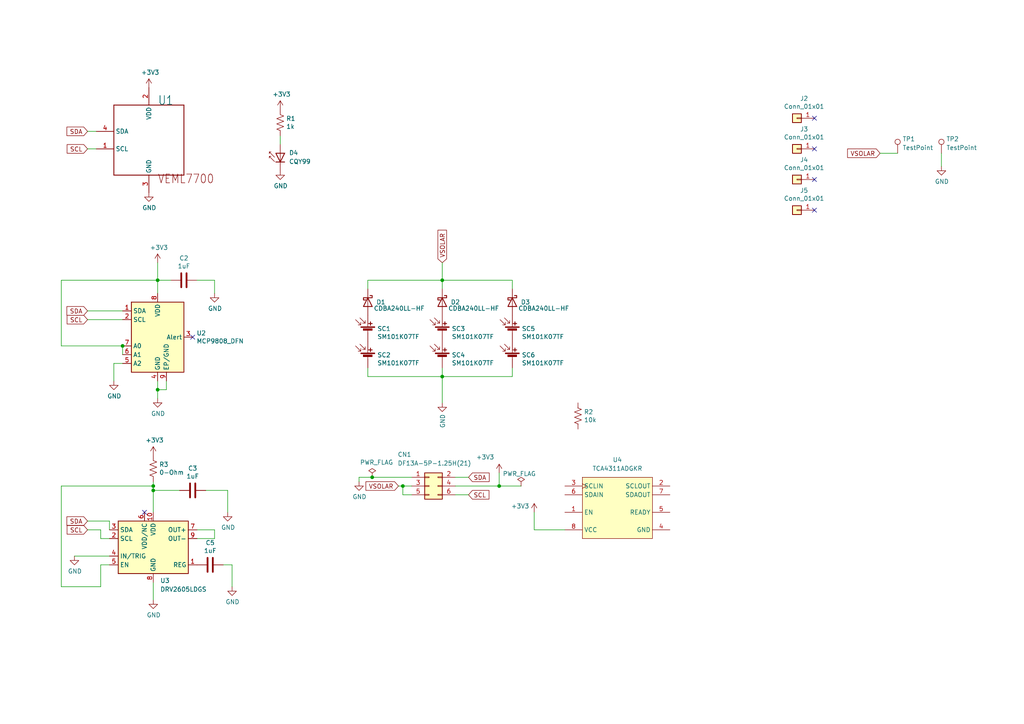
<source format=kicad_sch>
(kicad_sch (version 20250114) (generator "eeschema") (generator_version "9.0")
  (paper "A4")
  (title_block (title "XY Solar Panel Board") (date "2023-03-19") (rev "V3") (company "CPP BroncoSpace"))
  (lib_symbols
    (symbol "Adafruit VEML7700-eagle-import:VEML7700"
      (property "Reference" "IC" (at 2.54 10.16 0))
      (symbol "VEML7700_1_0"
        (polyline (pts (xy -10.16 10.16) (xy 10.16 10.16)) (stroke (width 0.254)))
        (polyline (pts (xy -10.16 -10.16) (xy -10.16 10.16)) (stroke (width 0.254)))
        (polyline (pts (xy 10.16 10.16) (xy 10.16 -10.16)) (stroke (width 0.254)))
        (polyline (pts (xy 10.16 -10.16) (xy -10.16 -10.16)) (stroke (width 0.254)))
        (text "VEML7700" (at 2.54 -12.7 0) (effects (font (size 2.54 2.159)) (justify left bottom)))
        (pin bidirectional line (at -15.24 2.54 0) (length 5.08) (name "SDA") (number "4"))
        (pin bidirectional line (at -15.24 -2.54 0) (length 5.08) (name "SCL") (number "1"))
        (pin power_in line (at 0 15.24 270) (length 5.08) (name "VDD") (number "2"))
        (pin power_in line (at 0 -15.24 90) (length 5.08) (name "GND") (number "3"))
      )
    )
    (symbol "Connector:TestPoint" (pin_numbers (hide yes)) (pin_names (offset 0.762) (hide yes))
      (property "Reference" "TP" (at 0 6.858 0))
      (property "Value" "TestPoint" (at 0 5.08 0))
      (symbol "TestPoint_0_1"
        (circle (center 0 3.302) (radius 0.762))
      )
      (symbol "TestPoint_1_1"
        (pin passive line (at 0 0 90) (length 2.54) (name "1") (number "1"))
      )
    )
    (symbol "Connector_Generic:Conn_01x01" (pin_names (offset 1.016) (hide yes))
      (property "Reference" "J" (at 0 2.54 0))
      (property "Value" "Conn_01x01" (at 0 -2.54 0))
      (symbol "Conn_01x01_1_1"
        (rectangle (start -1.27 1.27) (end 1.27 -1.27) (stroke (width 0.254)) (fill (type background)))
        (rectangle (start -1.27 0.127) (end 0 -0.127) (stroke (width 0.1524)))
        (pin passive line (at -5.08 0 0) (length 3.81) (name "Pin_1") (number "1"))
      )
    )
    (symbol "Connector_Generic:Conn_02x03_Odd_Even" (pin_names (offset 1.016) (hide yes))
      (property "Reference" "J" (at 1.27 5.08 0))
      (property "Value" "Conn_02x03_Odd_Even" (at 1.27 -5.08 0))
      (symbol "Conn_02x03_Odd_Even_1_1"
        (rectangle (start -1.27 3.81) (end 3.81 -3.81) (stroke (width 0.254)) (fill (type background)))
        (rectangle (start -1.27 2.667) (end 0 2.413) (stroke (width 0.1524)))
        (rectangle (start -1.27 0.127) (end 0 -0.127) (stroke (width 0.1524)))
        (rectangle (start -1.27 -2.413) (end 0 -2.667) (stroke (width 0.1524)))
        (rectangle (start 3.81 2.667) (end 2.54 2.413) (stroke (width 0.1524)))
        (rectangle (start 3.81 0.127) (end 2.54 -0.127) (stroke (width 0.1524)))
        (rectangle (start 3.81 -2.413) (end 2.54 -2.667) (stroke (width 0.1524)))
        (pin passive line (at -5.08 2.54 0) (length 3.81) (name "Pin_1") (number "1"))
        (pin passive line (at -5.08 0 0) (length 3.81) (name "Pin_3") (number "3"))
        (pin passive line (at -5.08 -2.54 0) (length 3.81) (name "Pin_5") (number "5"))
        (pin passive line (at 7.62 2.54 180) (length 3.81) (name "Pin_2") (number "2"))
        (pin passive line (at 7.62 0 180) (length 3.81) (name "Pin_4") (number "4"))
        (pin passive line (at 7.62 -2.54 180) (length 3.81) (name "Pin_6") (number "6"))
      )
    )
    (symbol "Device:C" (pin_numbers (hide yes)) (pin_names (offset 0.254))
      (property "Reference" "C" (at 0.635 2.54 0))
      (property "Value" "C" (at 0.635 -2.54 0))
      (symbol "C_0_1"
        (polyline (pts (xy -2.032 0.762) (xy 2.032 0.762)) (stroke (width 0.508)))
        (polyline (pts (xy -2.032 -0.762) (xy 2.032 -0.762)) (stroke (width 0.508)))
      )
      (symbol "C_1_1"
        (pin passive line (at 0 3.81 270) (length 2.794) (name "~") (number "1"))
        (pin passive line (at 0 -3.81 90) (length 2.794) (name "~") (number "2"))
      )
    )
    (symbol "Device:D_Schottky" (pin_numbers (hide yes)) (pin_names (offset 1.016) (hide yes))
      (property "Reference" "D" (at 0 2.54 0))
      (property "Value" "D_Schottky" (at 0 -2.54 0))
      (symbol "D_Schottky_0_1"
        (polyline (pts (xy -1.905 0.635) (xy -1.905 1.27) (xy -1.27 1.27) (xy -1.27 -1.27) (xy -0.635 -1.27) (xy -0.635 -0.635)) (stroke (width 0.254)))
        (polyline (pts (xy 1.27 1.27) (xy 1.27 -1.27) (xy -1.27 0) (xy 1.27 1.27)) (stroke (width 0.254)))
        (polyline (pts (xy 1.27 0) (xy -1.27 0)))
      )
      (symbol "D_Schottky_1_1"
        (pin passive line (at -3.81 0 0) (length 2.54) (name "K") (number "1"))
        (pin passive line (at 3.81 0 180) (length 2.54) (name "A") (number "2"))
      )
    )
    (symbol "Device:R_US" (pin_numbers (hide yes)) (pin_names (offset 0))
      (property "Reference" "R" (at 2.54 0 90))
      (property "Value" "R_US" (at -2.54 0 90))
      (symbol "R_US_0_1"
        (polyline (pts (xy 0 2.286) (xy 0 2.54)))
        (polyline (pts (xy 0 2.286) (xy 1.016 1.905) (xy 0 1.524) (xy -1.016 1.143) (xy 0 0.762)))
        (polyline (pts (xy 0 0.762) (xy 1.016 0.381) (xy 0 0) (xy -1.016 -0.381) (xy 0 -0.762)))
        (polyline (pts (xy 0 -0.762) (xy 1.016 -1.143) (xy 0 -1.524) (xy -1.016 -1.905) (xy 0 -2.286)))
        (polyline (pts (xy 0 -2.286) (xy 0 -2.54)))
      )
      (symbol "R_US_1_1"
        (pin passive line (at 0 3.81 270) (length 1.27) (name "~") (number "1"))
        (pin passive line (at 0 -3.81 90) (length 1.27) (name "~") (number "2"))
      )
    )
    (symbol "Device:Solar_Cell" (pin_numbers (hide yes)) (pin_names (offset 0) (hide yes))
      (property "Reference" "SC" (at 2.54 2.54 0))
      (property "Value" "Solar_Cell" (at 2.54 0 0))
      (symbol "Solar_Cell_0_1"
        (polyline (pts (xy -2.032 3.048) (xy -2.032 2.286) (xy -2.794 2.286)))
        (polyline (pts (xy -2.032 2.286) (xy -3.556 3.81)))
        (rectangle (start -2.032 1.778) (end 2.032 1.524) (fill (type outline)))
        (rectangle (start -1.3208 1.1938) (end 1.27 0.6858) (fill (type outline)))
        (polyline (pts (xy -0.762 3.556) (xy -0.762 2.794) (xy -1.524 2.794)))
        (polyline (pts (xy -0.762 2.794) (xy -2.286 4.318)))
        (polyline (pts (xy 0 1.778) (xy 0 2.54)))
        (polyline (pts (xy 0 0.762) (xy 0 0)))
        (polyline (pts (xy 0.254 2.667) (xy 1.27 2.667)) (stroke (width 0.254)))
        (polyline (pts (xy 0.762 3.175) (xy 0.762 2.159)) (stroke (width 0.254)))
      )
      (symbol "Solar_Cell_1_1"
        (pin passive line (at 0 5.08 270) (length 2.54) (name "+") (number "1"))
        (pin passive line (at 0 -2.54 90) (length 2.54) (name "-") (number "2"))
      )
    )
    (symbol "Driver_Haptic:DRV2605LDGS"
      (property "Reference" "U" (at -10.16 8.255 0))
      (property "Value" "DRV2605LDGS" (at 2.54 -8.89 0))
      (symbol "DRV2605LDGS_0_1"
        (rectangle (start -10.16 7.62) (end 10.16 -7.62) (stroke (width 0.254)) (fill (type background)))
      )
      (symbol "DRV2605LDGS_1_1"
        (pin bidirectional line (at -12.7 5.08 0) (length 2.54) (name "SDA") (number "3"))
        (pin input line (at -12.7 2.54 0) (length 2.54) (name "SCL") (number "2"))
        (pin input line (at -12.7 -2.54 0) (length 2.54) (name "IN/TRIG") (number "4"))
        (pin input line (at -12.7 -5.08 0) (length 2.54) (name "EN") (number "5"))
        (pin power_in line (at -2.54 10.16 270) (length 2.54) (name "VDD/NC") (number "6"))
        (pin power_in line (at 0 10.16 270) (length 2.54) (name "VDD") (number "10"))
        (pin power_in line (at 0 -10.16 90) (length 2.54) (name "GND") (number "8"))
        (pin output line (at 12.7 5.08 180) (length 2.54) (name "OUT+") (number "7"))
        (pin output line (at 12.7 2.54 180) (length 2.54) (name "OUT-") (number "9"))
        (pin passive line (at 12.7 -5.08 180) (length 2.54) (name "REG") (number "1"))
      )
    )
    (symbol "LED:CQY99" (pin_numbers (hide yes)) (pin_names (offset 1.016) (hide yes))
      (property "Reference" "D" (at 0.508 1.778 0))
      (property "Value" "CQY99" (at -1.016 -2.794 0))
      (symbol "CQY99_0_1"
        (polyline (pts (xy -2.54 1.27) (xy -2.54 -1.27)) (stroke (width 0.254)))
        (polyline (pts (xy -2.413 1.651) (xy -0.889 3.175) (xy -0.889 2.667) (xy -0.889 3.175) (xy -1.397 3.175)))
        (polyline (pts (xy -1.143 1.651) (xy 0.381 3.175) (xy 0.381 2.667)))
        (polyline (pts (xy 0 0) (xy -2.54 0)))
        (polyline (pts (xy 0 -1.27) (xy -2.54 0) (xy 0 1.27) (xy 0 -1.27)) (stroke (width 0.254)))
        (polyline (pts (xy 0.381 3.175) (xy -0.127 3.175)))
      )
      (symbol "CQY99_1_1"
        (pin passive line (at -5.08 0 0) (length 2.54) (name "K") (number "1"))
        (pin passive line (at 2.54 0 180) (length 2.54) (name "A") (number "2"))
      )
    )
    (symbol "Sensor_Temperature:MCP9808_DFN"
      (property "Reference" "U" (at -6.35 11.43 0))
      (property "Value" "MCP9808_DFN" (at 10.16 11.43 0))
      (symbol "MCP9808_DFN_0_1"
        (rectangle (start -7.62 10.16) (end 7.62 -10.16) (stroke (width 0.254)) (fill (type background)))
      )
      (symbol "MCP9808_DFN_1_1"
        (pin bidirectional line (at -10.16 7.62 0) (length 2.54) (name "SDA") (number "1"))
        (pin input line (at -10.16 5.08 0) (length 2.54) (name "SCL") (number "2"))
        (pin input line (at -10.16 -2.54 0) (length 2.54) (name "A0") (number "7"))
        (pin input line (at -10.16 -5.08 0) (length 2.54) (name "A1") (number "6"))
        (pin input line (at -10.16 -7.62 0) (length 2.54) (name "A2") (number "5"))
        (pin power_in line (at 0 12.7 270) (length 2.54) (name "VDD") (number "8"))
        (pin power_in line (at 0 -12.7 90) (length 2.54) (name "GND") (number "4"))
        (pin power_in line (at 2.54 -12.7 90) (length 2.54) (name "EP/GND") (number "9"))
        (pin output line (at 10.16 0 180) (length 2.54) (name "Alert") (number "3"))
      )
    )
    (symbol "easyeda2kicad:TCA4311ADGKR"
      (property "Reference" "U" (at 0 11.43 0))
      (property "Value" "TCA4311ADGKR" (at 0 -11.43 0))
      (symbol "TCA4311ADGKR_0_1"
        (rectangle (start -10.16 8.89) (end 10.16 -8.89) (fill (type background)))
        (pin unspecified clock (at -15.24 6.35 0) (length 5.08) (name "SCLIN") (number "3"))
        (pin unspecified line (at -15.24 3.81 0) (length 5.08) (name "SDAIN") (number "6"))
        (pin unspecified line (at -15.24 -1.27 0) (length 5.08) (name "EN") (number "1"))
        (pin power_in line (at -15.24 -6.35 0) (length 5.08) (name "VCC") (number "8"))
        (pin unspecified line (at 15.24 6.35 180) (length 5.08) (name "SCLOUT") (number "2"))
        (pin unspecified line (at 15.24 3.81 180) (length 5.08) (name "SDAOUT") (number "7"))
        (pin unspecified line (at 15.24 -1.27 180) (length 5.08) (name "READY") (number "5"))
        (pin power_in line (at 15.24 -6.35 180) (length 5.08) (name "GND") (number "4"))
      )
    )
    (symbol "power:GND" (power) (pin_names (offset 0))
      (property "Value" "GND" (at 0 -3.81 0))
      (symbol "GND_0_1"
        (polyline (pts (xy 0 0) (xy 0 -1.27) (xy 1.27 -1.27) (xy 0 -2.54) (xy -1.27 -1.27) (xy 0 -1.27)))
      )
      (symbol "GND_1_1"
        (pin power_in line (at 0 0 270) (length 0) (hide yes) (name "GND") (number "1"))
      )
    )
    (symbol "power:PWR_FLAG" (power) (pin_numbers (hide yes)) (pin_names (offset 0) (hide yes))
      (property "Value" "PWR_FLAG" (at 0 3.81 0))
      (symbol "PWR_FLAG_0_0"
        (pin power_out line (at 0 0 90) (length 0) (name "pwr") (number "1"))
      )
      (symbol "PWR_FLAG_0_1"
        (polyline (pts (xy 0 0) (xy 0 1.27) (xy -1.016 1.905) (xy 0 2.54) (xy 1.016 1.905) (xy 0 1.27)))
      )
    )
    (symbol "solar-panel-NoCutout-rescue:+3.3V-power" (power) (pin_names (offset 0))
      (property "Value" "+3.3V-power" (at 0 3.556 0))
      (symbol "+3.3V-power_0_1"
        (polyline (pts (xy -0.762 1.27) (xy 0 2.54)))
        (polyline (pts (xy 0 2.54) (xy 0.762 1.27)))
        (polyline (pts (xy 0 0) (xy 0 2.54)))
      )
      (symbol "+3.3V-power_1_1"
        (pin power_in line (at 0 0 90) (length 0) (hide yes) (name "+3V3") (number "1"))
      )
    )
    (symbol "solar-panel-side-Z-rescue:+3.3V-power" (power) (pin_names (offset 0))
      (property "Value" "+3.3V-power" (at 0 3.556 0))
      (symbol "+3.3V-power_0_1"
        (polyline (pts (xy -0.762 1.27) (xy 0 2.54)))
        (polyline (pts (xy 0 2.54) (xy 0.762 1.27)))
        (polyline (pts (xy 0 0) (xy 0 2.54)))
      )
      (symbol "+3.3V-power_1_1"
        (pin power_in line (at 0 0 90) (length 0) (hide yes) (name "+3V3") (number "1"))
      )
    )
  )
  (junction (at 45.72 81.28))
  (junction (at 144.78 140.97))
  (junction (at 35.56 100.33))
  (junction (at 44.45 142.24))
  (junction (at 116.84 140.97))
  (junction (at 44.45 140.97))
  (junction (at 128.27 109.22))
  (junction (at 107.95 138.43))
  (junction (at 128.27 81.28))
  (junction (at 45.72 113.03))
  (no_connect (at 236.22 34.29))
  (no_connect (at 236.22 43.18))
  (no_connect (at 236.22 60.96))
  (no_connect (at 55.88 97.79))
  (no_connect (at 41.91 148.59))
  (no_connect (at 236.22 52.07))
  (wire (pts (xy 29.21 156.21) (xy 31.75 156.21)))
  (wire (pts (xy 45.72 76.2) (xy 45.72 81.28)))
  (wire (pts (xy 45.72 81.28) (xy 49.53 81.28)))
  (wire (pts (xy 154.94 153.67) (xy 163.83 153.67)))
  (wire (pts (xy 57.15 156.21) (xy 62.23 156.21)))
  (wire (pts (xy 106.68 81.28) (xy 106.68 83.82)))
  (wire (pts (xy 25.4 153.67) (xy 29.21 153.67)))
  (wire (pts (xy 29.21 163.83) (xy 29.21 170.18)))
  (wire (pts (xy 35.56 105.41) (xy 33.02 105.41)))
  (wire (pts (xy 151.13 140.97) (xy 144.78 140.97)))
  (wire (pts (xy 31.75 151.13) (xy 31.75 153.67)))
  (wire (pts (xy 25.4 92.71) (xy 35.56 92.71)))
  (wire (pts (xy 106.68 109.22) (xy 106.68 106.68)))
  (wire (pts (xy 116.84 143.51) (xy 119.38 143.51)))
  (wire (pts (xy 132.08 138.43) (xy 135.89 138.43)))
  (wire (pts (xy 260.35 44.45) (xy 255.27 44.45)))
  (wire (pts (xy 35.56 100.33) (xy 17.78 100.33)))
  (wire (pts (xy 27.94 38.1) (xy 25.4 38.1)))
  (wire (pts (xy 29.21 170.18) (xy 17.78 170.18)))
  (wire (pts (xy 29.21 163.83) (xy 31.75 163.83)))
  (wire (pts (xy 144.78 140.97) (xy 144.78 137.16)))
  (wire (pts (xy 59.69 142.24) (xy 66.04 142.24)))
  (wire (pts (xy 45.72 110.49) (xy 45.72 113.03)))
  (wire (pts (xy 25.4 90.17) (xy 35.56 90.17)))
  (wire (pts (xy 66.04 142.24) (xy 66.04 148.59)))
  (wire (pts (xy 116.84 140.97) (xy 115.57 140.97)))
  (wire (pts (xy 128.27 81.28) (xy 148.59 81.28)))
  (wire (pts (xy 35.56 100.33) (xy 35.56 102.87)))
  (wire (pts (xy 44.45 142.24) (xy 52.07 142.24)))
  (wire (pts (xy 17.78 170.18) (xy 17.78 140.97)))
  (wire (pts (xy 57.15 81.28) (xy 62.23 81.28)))
  (wire (pts (xy 119.38 140.97) (xy 116.84 140.97)))
  (wire (pts (xy 64.77 163.83) (xy 67.31 163.83)))
  (wire (pts (xy 44.45 140.97) (xy 44.45 142.24)))
  (wire (pts (xy 48.26 113.03) (xy 45.72 113.03)))
  (wire (pts (xy 81.28 41.91) (xy 81.28 39.37)))
  (wire (pts (xy 29.21 153.67) (xy 29.21 156.21)))
  (wire (pts (xy 106.68 81.28) (xy 128.27 81.28)))
  (wire (pts (xy 48.26 110.49) (xy 48.26 113.03)))
  (wire (pts (xy 62.23 156.21) (xy 62.23 153.67)))
  (wire (pts (xy 62.23 81.28) (xy 62.23 85.09)))
  (wire (pts (xy 25.4 151.13) (xy 31.75 151.13)))
  (wire (pts (xy 45.72 113.03) (xy 45.72 115.57)))
  (wire (pts (xy 128.27 109.22) (xy 148.59 109.22)))
  (wire (pts (xy 273.05 44.45) (xy 273.05 48.26)))
  (wire (pts (xy 128.27 83.82) (xy 128.27 81.28)))
  (wire (pts (xy 33.02 105.41) (xy 33.02 110.49)))
  (wire (pts (xy 107.95 138.43) (xy 119.38 138.43)))
  (wire (pts (xy 67.31 163.83) (xy 67.31 170.18)))
  (wire (pts (xy 17.78 81.28) (xy 45.72 81.28)))
  (wire (pts (xy 148.59 83.82) (xy 148.59 81.28)))
  (wire (pts (xy 107.95 138.43) (xy 104.14 138.43)))
  (wire (pts (xy 104.14 139.7) (xy 104.14 138.43)))
  (wire (pts (xy 21.59 161.29) (xy 31.75 161.29)))
  (wire (pts (xy 106.68 109.22) (xy 128.27 109.22)))
  (wire (pts (xy 44.45 168.91) (xy 44.45 173.99)))
  (wire (pts (xy 44.45 142.24) (xy 44.45 148.59)))
  (wire (pts (xy 25.4 43.18) (xy 27.94 43.18)))
  (wire (pts (xy 128.27 109.22) (xy 128.27 106.68)))
  (wire (pts (xy 44.45 139.7) (xy 44.45 140.97)))
  (wire (pts (xy 45.72 81.28) (xy 45.72 85.09)))
  (wire (pts (xy 148.59 109.22) (xy 148.59 106.68)))
  (wire (pts (xy 132.08 140.97) (xy 144.78 140.97)))
  (wire (pts (xy 116.84 140.97) (xy 116.84 143.51)))
  (wire (pts (xy 17.78 140.97) (xy 44.45 140.97)))
  (wire (pts (xy 57.15 153.67) (xy 62.23 153.67)))
  (wire (pts (xy 128.27 81.28) (xy 128.27 76.2)))
  (wire (pts (xy 17.78 100.33) (xy 17.78 81.28)))
  (wire (pts (xy 132.08 143.51) (xy 135.89 143.51)))
  (wire (pts (xy 128.27 116.84) (xy 128.27 109.22)))
  (wire (pts (xy 154.94 148.59) (xy 154.94 153.67)))
  (global_label "VSOLAR" (shape input) (at 128.27 76.2 90) (property "Intersheetrefs" "${INTERSHEET_REFS}" (effects (hide yes))))
  (global_label "SCL" (shape input) (at 25.4 153.67 180) (property "Intersheetrefs" "${INTERSHEET_REFS}" (effects (hide yes))))
  (global_label "VSOLAR" (shape input) (at 255.27 44.45 180) (property "Intersheetrefs" "${INTERSHEET_REFS}" (effects (hide yes))))
  (global_label "SDA" (shape input) (at 25.4 38.1 180) (property "Intersheetrefs" "${INTERSHEET_REFS}" (effects (hide yes))))
  (global_label "VSOLAR" (shape input) (at 115.57 140.97 180) (property "Intersheetrefs" "${INTERSHEET_REFS}" (effects (hide yes))))
  (global_label "SDA" (shape input) (at 25.4 151.13 180) (property "Intersheetrefs" "${INTERSHEET_REFS}" (effects (hide yes))))
  (global_label "SDA" (shape input) (at 135.89 138.43 0) (property "Intersheetrefs" "${INTERSHEET_REFS}" (effects (hide yes))))
  (global_label "SCL" (shape input) (at 25.4 92.71 180) (property "Intersheetrefs" "${INTERSHEET_REFS}" (effects (hide yes))))
  (global_label "SCL" (shape input) (at 135.89 143.51 0) (property "Intersheetrefs" "${INTERSHEET_REFS}" (effects (hide yes))))
  (global_label "SCL" (shape input) (at 25.4 43.18 180) (property "Intersheetrefs" "${INTERSHEET_REFS}" (effects (hide yes))))
  (global_label "SDA" (shape input) (at 25.4 90.17 180) (property "Intersheetrefs" "${INTERSHEET_REFS}" (effects (hide yes))))
  (symbol (lib_id "Connector_Generic:Conn_01x01") (at 231.14 34.29 180) (unit 1)
    (property "Reference" "J2" (at 233.2228 28.575 0))
    (property "Value" "Conn_01x01" (at 233.2228 30.8864 0))
    (property "Footprint" "SolarPanelBoards:MountingHoles" (effects (hide yes)))
  )
  (symbol (lib_id "Connector_Generic:Conn_01x01") (at 231.14 43.18 180) (unit 1)
    (property "Reference" "J3" (at 233.2228 37.465 0))
    (property "Value" "Conn_01x01" (at 233.2228 39.7764 0))
    (property "Footprint" "SolarPanelBoards:MountingHoles" (effects (hide yes)))
  )
  (symbol (lib_id "Connector_Generic:Conn_01x01") (at 231.14 52.07 180) (unit 1)
    (property "Reference" "J4" (at 233.2228 46.355 0))
    (property "Value" "Conn_01x01" (at 233.2228 48.6664 0))
    (property "Footprint" "SolarPanelBoards:MountingHoles" (effects (hide yes)))
  )
  (symbol (lib_id "Connector_Generic:Conn_01x01") (at 231.14 60.96 180) (unit 1)
    (property "Reference" "J5" (at 233.2228 55.245 0))
    (property "Value" "Conn_01x01" (at 233.2228 57.5564 0))
    (property "Footprint" "SolarPanelBoards:MountingHoles" (effects (hide yes)))
  )
  (symbol (lib_id "power:GND") (at 104.14 139.7 0) (unit 1)
    (property "Reference" "#PWR0109" (effects (hide yes)))
    (property "Value" "GND" (at 104.267 144.0942 0))
  )
  (symbol (lib_id "power:GND") (at 81.28 49.53 0) (unit 1)
    (property "Reference" "#PWR0107" (effects (hide yes)))
    (property "Value" "GND" (at 81.407 53.9242 0))
  )
  (symbol (lib_id "power:GND") (at 67.31 170.18 0) (unit 1)
    (property "Reference" "#PWR0117" (effects (hide yes)))
    (property "Value" "GND" (at 67.437 174.5742 0))
  )
  (symbol (lib_id "Device:Solar_Cell") (at 128.27 104.14 0) (unit 1)
    (property "Reference" "SC4" (at 131.0132 102.9716 0) (effects (justify left)))
    (property "Value" "SM101K07TF" (at 131.0132 105.283 0) (effects (justify left)))
    (property "Footprint" "SolarPanelBoards:KXOB101K08F-TR" (effects (hide yes)))
  )
  (symbol (lib_id "power:GND") (at 45.72 115.57 0) (unit 1)
    (property "Reference" "#PWR0116" (effects (hide yes)))
    (property "Value" "GND" (at 45.847 119.9642 0))
  )
  (symbol (lib_id "power:PWR_FLAG") (at 151.13 140.97 0) (mirror y) (unit 1)
    (property "Reference" "#FLG0105" (effects (hide yes)))
    (property "Value" "PWR_FLAG" (at 150.622 137.414 0))
  )
  (symbol (lib_id "solar-panel-side-Z-rescue:+3.3V-power") (at 44.45 132.08 0) (unit 1)
    (property "Reference" "#PWR0115" (effects (hide yes)))
    (property "Value" "+3V3" (at 44.831 127.6858 0))
  )
  (symbol (lib_id "solar-panel-NoCutout-rescue:+3.3V-power") (at 154.94 148.59 0) (mirror y) (unit 1)
    (property "Reference" "#PWR0123" (effects (hide yes)))
    (property "Value" "+3V3" (at 150.876 146.812 0))
  )
  (symbol (lib_id "Driver_Haptic:DRV2605LDGS") (at 44.45 158.75 0) (unit 1)
    (property "Reference" "U3" (at 46.4694 168.4004 0) (effects (justify left)))
    (property "Value" "DRV2605LDGS" (at 46.4694 170.9373 0) (effects (justify left)))
    (property "Footprint" "Package_SO:VSSOP-10_3x3mm_P0.5mm" (effects (hide yes)))
    (property "Datasheet" "http://www.ti.com/lit/ds/symlink/drv2605l.pdf" (effects (hide yes)))
  )
  (symbol (lib_id "solar-panel-NoCutout-rescue:+3.3V-power") (at 144.78 137.16 0) (mirror y) (unit 1)
    (property "Reference" "#PWR0122" (effects (hide yes)))
    (property "Value" "+3V3" (at 140.716 132.588 0))
  )
  (symbol (lib_id "Device:Solar_Cell") (at 106.68 104.14 0) (unit 1)
    (property "Reference" "SC2" (at 109.4232 102.9716 0) (effects (justify left)))
    (property "Value" "SM101K07TF" (at 109.4232 105.283 0) (effects (justify left)))
    (property "Footprint" "SolarPanelBoards:KXOB101K08F-TR" (effects (hide yes)))
  )
  (symbol (lib_id "Device:R_US") (at 167.64 120.65 0) (unit 1)
    (property "Reference" "R2" (at 169.3672 119.4816 0) (effects (justify left)))
    (property "Value" "10k" (at 169.3672 121.793 0) (effects (justify left)))
    (property "Footprint" "Resistor_SMD:R_0603_1608Metric" (effects (hide yes)))
  )
  (symbol (lib_id "solar-panel-side-Z-rescue:+3.3V-power") (at 43.18 25.4 0) (unit 1)
    (property "Reference" "#PWR0101" (effects (hide yes)))
    (property "Value" "+3V3" (at 43.561 21.0058 0))
  )
  (symbol (lib_id "Device:D_Schottky") (at 148.59 87.63 270) (unit 1)
    (property "Reference" "D3" (at 152.4 87.63 90))
    (property "Value" "CDBA240LL-HF" (at 165.1 90.17 90) (effects (justify right bottom)))
    (property "Footprint" "SolarPanelBoards:DO-214AC" (effects (hide yes)))
  )
  (symbol (lib_id "solar-panel-side-Z-rescue:+3.3V-power") (at 45.72 76.2 0) (unit 1)
    (property "Reference" "#PWR0105" (effects (hide yes)))
    (property "Value" "+3V3" (at 46.101 71.8058 0))
  )
  (symbol (lib_id "Connector:TestPoint") (at 260.35 44.45 0) (unit 1)
    (property "Reference" "TP1" (at 261.747 40.3133 0) (effects (justify left)))
    (property "Value" "TestPoint" (at 261.747 42.8502 0) (effects (justify left)))
    (property "Footprint" "SolarPanelBoards:Test Pad" (effects (hide yes)))
  )
  (symbol (lib_id "power:GND") (at 66.04 148.59 0) (unit 1)
    (property "Reference" "#PWR0118" (effects (hide yes)))
    (property "Value" "GND" (at 66.167 152.9842 0))
  )
  (symbol (lib_id "Connector:TestPoint") (at 273.05 44.45 0) (unit 1)
    (property "Reference" "TP2" (at 274.447 40.3133 0) (effects (justify left)))
    (property "Value" "TestPoint" (at 274.447 42.8502 0) (effects (justify left)))
    (property "Footprint" "SolarPanelBoards:Test Pad" (effects (hide yes)))
  )
  (symbol (lib_id "Device:C") (at 55.88 142.24 90) (unit 1)
    (property "Reference" "C3" (at 55.88 135.8392 90))
    (property "Value" "1uF" (at 55.88 138.1506 90))
    (property "Footprint" "Capacitor_SMD:C_0805_2012Metric" (effects (hide yes)))
  )
  (symbol (lib_id "Device:C") (at 53.34 81.28 90) (unit 1)
    (property "Reference" "C2" (at 53.34 74.8792 90))
    (property "Value" "1uF" (at 53.34 77.1906 90))
    (property "Footprint" "Capacitor_SMD:C_0805_2012Metric" (effects (hide yes)))
  )
  (symbol (lib_id "LED:CQY99") (at 81.28 44.45 90) (unit 1)
    (property "Reference" "D4" (at 83.82 44.3229 90) (effects (justify right)))
    (property "Value" "CQY99" (at 83.82 46.8629 90) (effects (justify right)))
    (property "Footprint" "LED_SMD:LED_0603_1608Metric" (effects (hide yes)))
    (property "Datasheet" "https://www.prtice.info/IMG/pdf/CQY99.pdf" (effects (hide yes)))
  )
  (symbol (lib_id "Adafruit VEML7700-eagle-import:VEML7700") (at 43.18 40.64 0) (unit 1)
    (property "Reference" "U1" (at 45.72 30.48 0) (effects (font (size 2.54 2.159)) (justify left bottom)))
    (property "Value" "VEML7700" (effects (hide yes)))
    (property "Footprint" "VEML7700-TT:XDCR_VEML7700-TT" (effects (hide yes)))
  )
  (symbol (lib_id "power:GND") (at 128.27 116.84 0) (unit 1)
    (property "Reference" "#PWR0121" (effects (hide yes)))
    (property "Value" "GND" (at 128.397 120.0912 90) (effects (justify right)))
  )
  (symbol (lib_id "power:GND") (at 21.59 161.29 0) (unit 1)
    (property "Reference" "#PWR0114" (effects (hide yes)))
    (property "Value" "GND" (at 21.717 165.6842 0))
  )
  (symbol (lib_id "Connector_Generic:Conn_02x03_Odd_Even") (at 124.46 140.97 0) (unit 1)
    (property "Reference" "CN1" (at 115.316 131.826 0) (effects (justify left)))
    (property "Value" "DF13A-5P-1.25H(21)" (at 115.316 134.366 0) (effects (justify left)))
    (property "Footprint" "Connector_Hirose:Hirose_DF11-6DP-2DSA_2x03_P2.00mm_Vertical" (effects (hide yes)))
    (property "Description" "Generic connector, double row, 02x03, odd/even pin numbering scheme (row 1 odd numbers, row 2 even numbers), script generated (kicad-library-utils/schlib/autogen/connector/)" (effects (hide yes)))
    (property "LCSC Part" "C2833085" (effects (hide yes)))
  )
  (symbol (lib_id "easyeda2kicad:TCA4311ADGKR") (at 179.07 147.32 0) (unit 1)
    (property "Reference" "U4" (at 179.07 133.35 0))
    (property "Value" "TCA4311ADGKR" (at 179.07 135.89 0))
    (property "Footprint" "easyeda2kicad:MSOP-8_L3.0-W3.0-P0.65-LS5.0-BL" (effects (hide yes)))
    (property "Datasheet" "https://lcsc.com/product-detail/Interface-ICs_TI_TCA4311ADGKR_TCA4311ADGKR_C130025.html" (effects (hide yes)))
    (property "LCSC Part" "C130025" (effects (hide yes)))
  )
  (symbol (lib_id "Device:C") (at 60.96 163.83 90) (unit 1)
    (property "Reference" "C5" (at 60.96 157.4292 90))
    (property "Value" "1uF" (at 60.96 159.7406 90))
    (property "Footprint" "Capacitor_SMD:C_0805_2012Metric" (effects (hide yes)))
  )
  (symbol (lib_id "Device:R_US") (at 44.45 135.89 0) (unit 1)
    (property "Reference" "R3" (at 46.1772 134.7216 0) (effects (justify left)))
    (property "Value" "0-Ohm" (at 46.1772 137.033 0) (effects (justify left)))
    (property "Footprint" "Resistor_SMD:R_0603_1608Metric" (effects (hide yes)))
  )
  (symbol (lib_id "power:GND") (at 44.45 173.99 0) (unit 1)
    (property "Reference" "#PWR0119" (effects (hide yes)))
    (property "Value" "GND" (at 44.577 178.3842 0))
  )
  (symbol (lib_id "power:PWR_FLAG") (at 107.95 138.43 0) (unit 1)
    (property "Reference" "#FLG0106" (effects (hide yes)))
    (property "Value" "PWR_FLAG" (at 109.22 134.112 0))
  )
  (symbol (lib_id "Device:D_Schottky") (at 106.68 87.63 270) (unit 1)
    (property "Reference" "D1" (at 110.49 87.63 90))
    (property "Value" "CDBA240LL-HF" (at 123.19 90.17 90) (effects (justify right bottom)))
    (property "Footprint" "SolarPanelBoards:DO-214AC" (effects (hide yes)))
  )
  (symbol (lib_id "power:GND") (at 43.18 55.88 0) (unit 1)
    (property "Reference" "#PWR0103" (effects (hide yes)))
    (property "Value" "GND" (at 43.307 60.2742 0))
  )
  (symbol (lib_id "solar-panel-side-Z-rescue:+3.3V-power") (at 81.28 31.75 0) (unit 1)
    (property "Reference" "#PWR0106" (effects (hide yes)))
    (property "Value" "+3V3" (at 81.661 27.3558 0))
  )
  (symbol (lib_id "Device:R_US") (at 81.28 35.56 0) (unit 1)
    (property "Reference" "R1" (at 83.0072 34.3916 0) (effects (justify left)))
    (property "Value" "1k" (at 83.0072 36.703 0) (effects (justify left)))
    (property "Footprint" "Resistor_SMD:R_0603_1608Metric" (effects (hide yes)))
  )
  (symbol (lib_id "power:GND") (at 62.23 85.09 0) (unit 1)
    (property "Reference" "#PWR0104" (effects (hide yes)))
    (property "Value" "GND" (at 62.357 89.4842 0))
  )
  (symbol (lib_id "Sensor_Temperature:MCP9808_DFN") (at 45.72 97.79 0) (unit 1)
    (property "Reference" "U2" (at 56.9976 96.6216 0) (effects (justify left)))
    (property "Value" "MCP9808_DFN" (at 56.9976 98.933 0) (effects (justify left)))
    (property "Footprint" "Package_SO:MSOP-8-1EP_3x3mm_P0.65mm_EP1.5x1.8mm_ThermalVias" (effects (hide yes)))
    (property "Datasheet" "http://ww1.microchip.com/downloads/en/DeviceDoc/MCP9808-0.5C-Maximum-Accuracy-Digital-Temperature-Sensor-Data-Sheet-DS20005095B.pdf" (effects (hide yes)))
  )
  (symbol (lib_id "power:GND") (at 33.02 110.49 0) (unit 1)
    (property "Reference" "#PWR0112" (effects (hide yes)))
    (property "Value" "GND" (at 33.147 114.8842 0))
  )
  (symbol (lib_id "Device:Solar_Cell") (at 148.59 96.52 0) (unit 1)
    (property "Reference" "SC5" (at 151.3332 95.3516 0) (effects (justify left)))
    (property "Value" "SM101K07TF" (at 151.3332 97.663 0) (effects (justify left)))
    (property "Footprint" "SolarPanelBoards:KXOB101K08F-TR" (effects (hide yes)))
  )
  (symbol (lib_id "Device:Solar_Cell") (at 106.68 96.52 0) (unit 1)
    (property "Reference" "SC1" (at 109.4232 95.3516 0) (effects (justify left)))
    (property "Value" "SM101K07TF" (at 109.4232 97.663 0) (effects (justify left)))
    (property "Footprint" "SolarPanelBoards:KXOB101K08F-TR" (effects (hide yes)))
  )
  (symbol (lib_id "Device:Solar_Cell") (at 148.59 104.14 0) (unit 1)
    (property "Reference" "SC6" (at 151.3332 102.9716 0) (effects (justify left)))
    (property "Value" "SM101K07TF" (at 151.3332 105.283 0) (effects (justify left)))
    (property "Footprint" "SolarPanelBoards:KXOB101K08F-TR" (effects (hide yes)))
  )
  (symbol (lib_id "Device:Solar_Cell") (at 128.27 96.52 0) (unit 1)
    (property "Reference" "SC3" (at 131.0132 95.3516 0) (effects (justify left)))
    (property "Value" "SM101K07TF" (at 131.0132 97.663 0) (effects (justify left)))
    (property "Footprint" "SolarPanelBoards:KXOB101K08F-TR" (effects (hide yes)))
  )
  (symbol (lib_id "power:GND") (at 273.05 48.26 0) (unit 1)
    (property "Reference" "#PWR0120" (effects (hide yes)))
    (property "Value" "GND" (at 273.177 52.6542 0))
  )
  (symbol (lib_id "Device:D_Schottky") (at 128.27 87.63 270) (unit 1)
    (property "Reference" "D2" (at 132.08 87.63 90))
    (property "Value" "CDBA240LL-HF" (at 144.78 90.17 90) (effects (justify right bottom)))
    (property "Footprint" "SolarPanelBoards:DO-214AC" (effects (hide yes)))
  )
)
</source>
